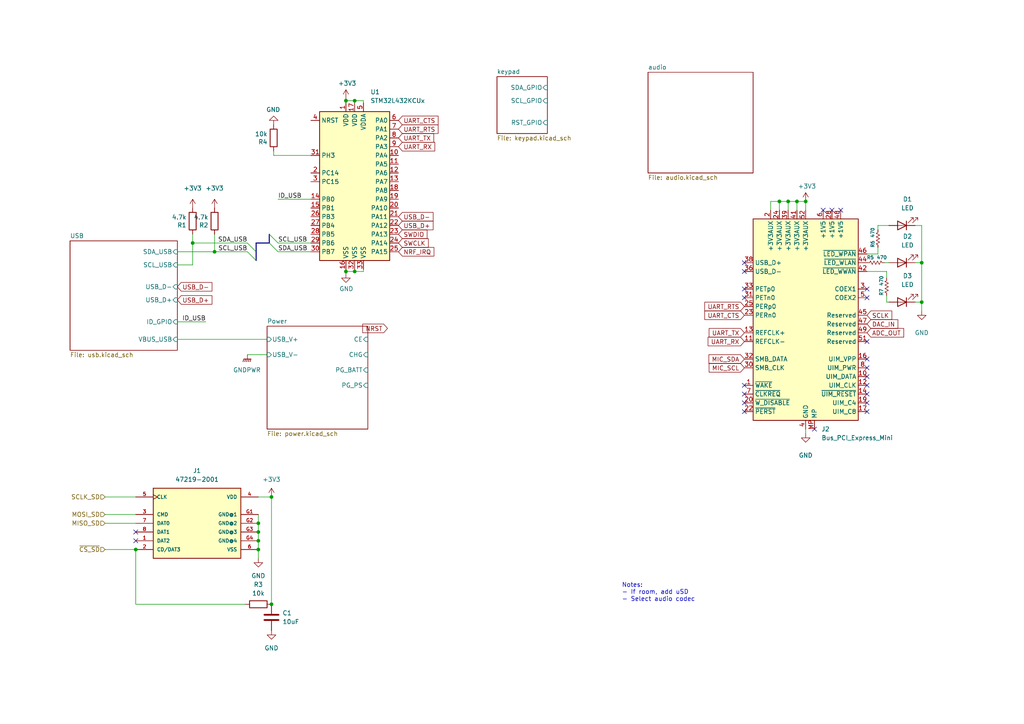
<source format=kicad_sch>
(kicad_sch (version 20211123) (generator eeschema)
  (paper "A4")
  (lib_symbols
    (symbol "Connector:Bus_PCI_Express_Mini"
      (property "Reference" "J" (at -16.51 31.75 0))
      (property "Value" "Bus_PCI_Express_Mini" (at 22.86 31.75 0))
      (symbol "Bus_PCI_Express_Mini_0_1"
        (rectangle (start -15.24 30.48) (end 15.24 -27.94) (stroke (width 0.254)) (fill (type background)))
      )
      (symbol "Bus_PCI_Express_Mini_1_1"
        (pin open_collector line (at -17.78 -17.78 0) (length 2.54) (name "~{WAKE}") (number "1"))
        (pin bidirectional line (at 17.78 -15.24 180) (length 2.54) (name "UIM_DATA") (number "10"))
        (pin input line (at -17.78 -5.08 0) (length 2.54) (name "REFCLK-") (number "11"))
        (pin output line (at 17.78 -17.78 180) (length 2.54) (name "UIM_CLK") (number "12"))
        (pin input line (at -17.78 -2.54 0) (length 2.54) (name "REFCLK+") (number "13"))
        (pin output line (at 17.78 -20.32 180) (length 2.54) (name "~{UIM_RESET}") (number "14"))
        (pin passive line (at 0 -30.48 90) (length 2.54) hide (name "GND") (number "15"))
        (pin power_out line (at 17.78 -10.16 180) (length 2.54) (name "UIM_VPP") (number "16"))
        (pin passive line (at 17.78 -25.4 180) (length 2.54) (name "UIM_C8") (number "17"))
        (pin passive line (at 0 -30.48 90) (length 2.54) hide (name "GND") (number "18"))
        (pin passive line (at 17.78 -22.86 180) (length 2.54) (name "UIM_C4") (number "19"))
        (pin power_in line (at -10.16 33.02 270) (length 2.54) (name "+3V3AUX") (number "2"))
        (pin input line (at -17.78 -22.86 0) (length 2.54) (name "~{W_DISABLE}") (number "20"))
        (pin passive line (at 0 -30.48 90) (length 2.54) hide (name "GND") (number "21"))
        (pin input line (at -17.78 -25.4 0) (length 2.54) (name "~{PERST}") (number "22"))
        (pin output line (at -17.78 2.54 0) (length 2.54) (name "PERn0") (number "23"))
        (pin power_in line (at -7.62 33.02 270) (length 2.54) (name "+3V3AUX") (number "24"))
        (pin output line (at -17.78 5.08 0) (length 2.54) (name "PERp0") (number "25"))
        (pin passive line (at 0 -30.48 90) (length 2.54) hide (name "GND") (number "26"))
        (pin passive line (at 0 -30.48 90) (length 2.54) hide (name "GND") (number "27"))
        (pin power_in line (at 7.62 33.02 270) (length 2.54) (name "+1V5") (number "28"))
        (pin passive line (at 0 -30.48 90) (length 2.54) hide (name "GND") (number "29"))
        (pin passive line (at 17.78 10.16 180) (length 2.54) (name "COEX1") (number "3"))
        (pin input line (at -17.78 -12.7 0) (length 2.54) (name "SMB_CLK") (number "30"))
        (pin input line (at -17.78 7.62 0) (length 2.54) (name "PETn0") (number "31"))
        (pin bidirectional line (at -17.78 -10.16 0) (length 2.54) (name "SMB_DATA") (number "32"))
        (pin input line (at -17.78 10.16 0) (length 2.54) (name "PETp0") (number "33"))
        (pin passive line (at 0 -30.48 90) (length 2.54) hide (name "GND") (number "34"))
        (pin passive line (at 0 -30.48 90) (length 2.54) hide (name "GND") (number "35"))
        (pin bidirectional line (at -17.78 15.24 0) (length 2.54) (name "USB_D-") (number "36"))
        (pin passive line (at 0 -30.48 90) (length 2.54) hide (name "GND") (number "37"))
        (pin bidirectional line (at -17.78 17.78 0) (length 2.54) (name "USB_D+") (number "38"))
        (pin power_in line (at -5.08 33.02 270) (length 2.54) (name "+3V3AUX") (number "39"))
        (pin power_in line (at 0 -30.48 90) (length 2.54) (name "GND") (number "4"))
        (pin passive line (at 0 -30.48 90) (length 2.54) hide (name "GND") (number "40"))
        (pin power_in line (at -2.54 33.02 270) (length 2.54) (name "+3V3AUX") (number "41"))
        (pin open_collector line (at 17.78 15.24 180) (length 2.54) (name "~{LED_WWAN}") (number "42"))
        (pin passive line (at 0 -30.48 90) (length 2.54) hide (name "GND") (number "43"))
        (pin open_collector line (at 17.78 17.78 180) (length 2.54) (name "~{LED_WLAN}") (number "44"))
        (pin passive line (at 17.78 2.54 180) (length 2.54) (name "Reserved") (number "45"))
        (pin open_collector line (at 17.78 20.32 180) (length 2.54) (name "~{LED_WPAN}") (number "46"))
        (pin passive line (at 17.78 0 180) (length 2.54) (name "Reserved") (number "47"))
        (pin power_in line (at 10.16 33.02 270) (length 2.54) (name "+1V5") (number "48"))
        (pin passive line (at 17.78 -2.54 180) (length 2.54) (name "Reserved") (number "49"))
        (pin passive line (at 17.78 7.62 180) (length 2.54) (name "COEX2") (number "5"))
        (pin passive line (at 0 -30.48 90) (length 2.54) hide (name "GND") (number "50"))
        (pin passive line (at 17.78 -5.08 180) (length 2.54) (name "Reserved") (number "51"))
        (pin power_in line (at 0 33.02 270) (length 2.54) (name "+3V3AUX") (number "52"))
        (pin power_in line (at 5.08 33.02 270) (length 2.54) (name "+1V5") (number "6"))
        (pin open_collector line (at -17.78 -20.32 0) (length 2.54) (name "~{CLKREQ}") (number "7"))
        (pin power_out line (at 17.78 -12.7 180) (length 2.54) (name "UIM_PWR") (number "8"))
        (pin passive line (at 0 -30.48 90) (length 2.54) hide (name "GND") (number "9"))
        (pin passive line (at 2.54 -30.48 90) (length 2.54) (name "MP") (number "MP"))
      )
    )
    (symbol "Device:C" (pin_numbers hide) (pin_names (offset 0.254))
      (property "Reference" "C" (at 0.635 2.54 0))
      (property "Value" "C" (at 0.635 -2.54 0))
      (symbol "C_0_1"
        (polyline (pts (xy -2.032 -0.762) (xy 2.032 -0.762)) (stroke (width 0.508)))
        (polyline (pts (xy -2.032 0.762) (xy 2.032 0.762)) (stroke (width 0.508)))
      )
      (symbol "C_1_1"
        (pin passive line (at 0 3.81 270) (length 2.794) (name "~") (number "1"))
        (pin passive line (at 0 -3.81 90) (length 2.794) (name "~") (number "2"))
      )
    )
    (symbol "Device:LED" (pin_numbers hide) (pin_names (offset 1.016) hide)
      (property "Reference" "D" (at 0 2.54 0))
      (property "Value" "LED" (at 0 -2.54 0))
      (symbol "LED_0_1"
        (polyline (pts (xy -1.27 -1.27) (xy -1.27 1.27)) (stroke (width 0.254)))
        (polyline (pts (xy -1.27 0) (xy 1.27 0)))
        (polyline (pts (xy 1.27 -1.27) (xy 1.27 1.27) (xy -1.27 0) (xy 1.27 -1.27)) (stroke (width 0.254)))
        (polyline (pts (xy -3.048 -0.762) (xy -4.572 -2.286) (xy -3.81 -2.286) (xy -4.572 -2.286) (xy -4.572 -1.524)))
        (polyline (pts (xy -1.778 -0.762) (xy -3.302 -2.286) (xy -2.54 -2.286) (xy -3.302 -2.286) (xy -3.302 -1.524)))
      )
      (symbol "LED_1_1"
        (pin passive line (at -3.81 0 0) (length 2.54) (name "K") (number "1"))
        (pin passive line (at 3.81 0 180) (length 2.54) (name "A") (number "2"))
      )
    )
    (symbol "Device:R" (pin_numbers hide) (pin_names (offset 0))
      (property "Reference" "R" (at 2.032 0 90))
      (property "Value" "R" (at 0 0 90))
      (symbol "R_0_1"
        (rectangle (start -1.016 -2.54) (end 1.016 2.54) (stroke (width 0.254)))
      )
      (symbol "R_1_1"
        (pin passive line (at 0 3.81 270) (length 1.27) (name "~") (number "1"))
        (pin passive line (at 0 -3.81 90) (length 1.27) (name "~") (number "2"))
      )
    )
    (symbol "JLCPCB:47219-2001" (pin_names (offset 1.016))
      (property "Reference" "J" (at -12.7 10.922 0))
      (property "Value" "47219-2001" (at -12.7 -12.7 0))
      (symbol "47219-2001_0_0"
        (rectangle (start -12.7 -10.16) (end 12.7 10.16) (stroke (width 0.254)) (fill (type background)))
        (pin bidirectional line (at -17.78 -5.08 0) (length 5.08) (name "DAT2") (number "1"))
        (pin bidirectional line (at -17.78 -7.62 0) (length 5.08) (name "CD/DAT3") (number "2"))
        (pin bidirectional line (at -17.78 2.54 0) (length 5.08) (name "CMD") (number "3"))
        (pin power_in line (at 17.78 7.62 180) (length 5.08) (name "VDD") (number "4"))
        (pin input clock (at -17.78 7.62 0) (length 5.08) (name "CLK") (number "5"))
        (pin power_in line (at 17.78 -7.62 180) (length 5.08) (name "VSS") (number "6"))
        (pin bidirectional line (at -17.78 0 0) (length 5.08) (name "DAT0") (number "7"))
        (pin bidirectional line (at -17.78 -2.54 0) (length 5.08) (name "DAT1") (number "8"))
        (pin power_in line (at 17.78 2.54 180) (length 5.08) (name "GND@1") (number "G1"))
        (pin power_in line (at 17.78 0 180) (length 5.08) (name "GND@2") (number "G2"))
        (pin power_in line (at 17.78 -2.54 180) (length 5.08) (name "GND@3") (number "G3"))
        (pin power_in line (at 17.78 -5.08 180) (length 5.08) (name "GND@4") (number "G4"))
      )
    )
    (symbol "MCU_ST_STM32L4:STM32L432KCUx"
      (property "Reference" "U" (at -10.16 21.59 0))
      (property "Value" "STM32L432KCUx" (at 5.08 21.59 0))
      (symbol "STM32L432KCUx_0_1"
        (rectangle (start -10.16 -22.86) (end 10.16 20.32) (stroke (width 0.254)) (fill (type background)))
      )
      (symbol "STM32L432KCUx_1_1"
        (pin power_in line (at -2.54 22.86 270) (length 2.54) (name "VDD") (number "1"))
        (pin bidirectional line (at 12.7 7.62 180) (length 2.54) (name "PA4") (number "10"))
        (pin bidirectional line (at 12.7 5.08 180) (length 2.54) (name "PA5") (number "11"))
        (pin bidirectional line (at 12.7 2.54 180) (length 2.54) (name "PA6") (number "12"))
        (pin bidirectional line (at 12.7 0 180) (length 2.54) (name "PA7") (number "13"))
        (pin bidirectional line (at -12.7 -5.08 0) (length 2.54) (name "PB0") (number "14"))
        (pin bidirectional line (at -12.7 -7.62 0) (length 2.54) (name "PB1") (number "15"))
        (pin power_in line (at -2.54 -25.4 90) (length 2.54) (name "VSS") (number "16"))
        (pin power_in line (at 0 22.86 270) (length 2.54) (name "VDD") (number "17"))
        (pin bidirectional line (at 12.7 -2.54 180) (length 2.54) (name "PA8") (number "18"))
        (pin bidirectional line (at 12.7 -5.08 180) (length 2.54) (name "PA9") (number "19"))
        (pin bidirectional line (at -12.7 2.54 0) (length 2.54) (name "PC14") (number "2"))
        (pin bidirectional line (at 12.7 -7.62 180) (length 2.54) (name "PA10") (number "20"))
        (pin bidirectional line (at 12.7 -10.16 180) (length 2.54) (name "PA11") (number "21"))
        (pin bidirectional line (at 12.7 -12.7 180) (length 2.54) (name "PA12") (number "22"))
        (pin bidirectional line (at 12.7 -15.24 180) (length 2.54) (name "PA13") (number "23"))
        (pin bidirectional line (at 12.7 -17.78 180) (length 2.54) (name "PA14") (number "24"))
        (pin bidirectional line (at 12.7 -20.32 180) (length 2.54) (name "PA15") (number "25"))
        (pin bidirectional line (at -12.7 -10.16 0) (length 2.54) (name "PB3") (number "26"))
        (pin bidirectional line (at -12.7 -12.7 0) (length 2.54) (name "PB4") (number "27"))
        (pin bidirectional line (at -12.7 -15.24 0) (length 2.54) (name "PB5") (number "28"))
        (pin bidirectional line (at -12.7 -17.78 0) (length 2.54) (name "PB6") (number "29"))
        (pin bidirectional line (at -12.7 0 0) (length 2.54) (name "PC15") (number "3"))
        (pin bidirectional line (at -12.7 -20.32 0) (length 2.54) (name "PB7") (number "30"))
        (pin bidirectional line (at -12.7 7.62 0) (length 2.54) (name "PH3") (number "31"))
        (pin power_in line (at 0 -25.4 90) (length 2.54) (name "VSS") (number "32"))
        (pin power_in line (at 2.54 -25.4 90) (length 2.54) (name "VSS") (number "33"))
        (pin input line (at -12.7 17.78 0) (length 2.54) (name "NRST") (number "4"))
        (pin power_in line (at 2.54 22.86 270) (length 2.54) (name "VDDA") (number "5"))
        (pin bidirectional line (at 12.7 17.78 180) (length 2.54) (name "PA0") (number "6"))
        (pin bidirectional line (at 12.7 15.24 180) (length 2.54) (name "PA1") (number "7"))
        (pin bidirectional line (at 12.7 12.7 180) (length 2.54) (name "PA2") (number "8"))
        (pin bidirectional line (at 12.7 10.16 180) (length 2.54) (name "PA3") (number "9"))
      )
    )
    (symbol "RobotProtos:RSMALL" (pin_numbers hide) (pin_names (offset 0))
      (property "Reference" "R" (at -1.524 -0.508 90))
      (property "Value" "RSMALL" (at -1.524 0.254 90))
      (symbol "RSMALL_0_1"
        (polyline (pts (xy -0.508 -1.524) (xy 0 -1.778) (xy 0 -2.032)))
        (polyline (pts (xy -0.508 1.524) (xy 0 1.778) (xy 0 2.032)))
        (polyline (pts (xy -0.508 -1.524) (xy 0.508 -1.016) (xy -0.508 -0.508) (xy 0.508 0) (xy -0.508 0.508) (xy 0.508 1.016) (xy -0.508 1.524)))
      )
      (symbol "RSMALL_1_1"
        (pin passive line (at 0 2.54 270) (length 0.508) (name "~") (number "1"))
        (pin passive line (at 0 -2.54 90) (length 0.508) (name "~") (number "2"))
      )
    )
    (symbol "power:+3V3" (power) (pin_names (offset 0))
      (property "Value" "+3V3" (at 0 3.556 0))
      (symbol "+3V3_0_1"
        (polyline (pts (xy -0.762 1.27) (xy 0 2.54)))
        (polyline (pts (xy 0 0) (xy 0 2.54)))
        (polyline (pts (xy 0 2.54) (xy 0.762 1.27)))
      )
      (symbol "+3V3_1_1"
        (pin power_in line (at 0 0 90) (length 0) hide (name "+3V3") (number "1"))
      )
    )
    (symbol "power:GND" (power) (pin_names (offset 0))
      (property "Value" "GND" (at 0 -3.81 0))
      (symbol "GND_0_1"
        (polyline (pts (xy 0 0) (xy 0 -1.27) (xy 1.27 -1.27) (xy 0 -2.54) (xy -1.27 -1.27) (xy 0 -1.27)))
      )
      (symbol "GND_1_1"
        (pin power_in line (at 0 0 270) (length 0) hide (name "GND") (number "1"))
      )
    )
    (symbol "power:GNDPWR" (power) (pin_names (offset 0))
      (property "Value" "GNDPWR" (at 0 -3.302 0))
      (symbol "GNDPWR_0_1"
        (polyline (pts (xy 0 -1.27) (xy 0 0)))
        (polyline (pts (xy -1.016 -1.27) (xy -1.27 -2.032) (xy -1.27 -2.032)) (stroke (width 0.2032)))
        (polyline (pts (xy -0.508 -1.27) (xy -0.762 -2.032) (xy -0.762 -2.032)) (stroke (width 0.2032)))
        (polyline (pts (xy 0 -1.27) (xy -0.254 -2.032) (xy -0.254 -2.032)) (stroke (width 0.2032)))
        (polyline (pts (xy 0.508 -1.27) (xy 0.254 -2.032) (xy 0.254 -2.032)) (stroke (width 0.2032)))
        (polyline (pts (xy 1.016 -1.27) (xy -1.016 -1.27) (xy -1.016 -1.27)) (stroke (width 0.2032)))
        (polyline (pts (xy 1.016 -1.27) (xy 0.762 -2.032) (xy 0.762 -2.032) (xy 0.762 -2.032)) (stroke (width 0.2032)))
      )
      (symbol "GNDPWR_1_1"
        (pin power_in line (at 0 0 270) (length 0) hide (name "GNDPWR") (number "1"))
      )
    )
  )
  (junction (at 231.14 58.42))
  (junction (at 226.06 58.42))
  (junction (at 78.74 144.145))
  (junction (at 228.6 58.42))
  (junction (at 100.33 29.21))
  (junction (at 267.335 76.2))
  (junction (at 74.93 156.845))
  (junction (at 74.93 159.385))
  (junction (at 62.23 73.025))
  (junction (at 74.93 154.305))
  (junction (at 55.88 70.485))
  (junction (at 39.37 159.385))
  (junction (at 267.335 87.63))
  (junction (at 102.87 29.21))
  (junction (at 102.87 78.74))
  (junction (at 233.68 58.42))
  (junction (at 78.74 175.26))
  (junction (at 100.33 78.74))
  (junction (at 74.93 151.765))
  (no_connect (at 251.46 83.82))
  (no_connect (at 215.9 114.3))
  (no_connect (at 215.9 83.82))
  (no_connect (at 238.76 60.96))
  (no_connect (at 215.9 119.38))
  (no_connect (at 243.84 60.96))
  (no_connect (at 39.37 156.845))
  (no_connect (at 39.37 154.305))
  (no_connect (at 251.46 99.06))
  (no_connect (at 241.3 60.96))
  (no_connect (at 215.9 78.74))
  (no_connect (at 251.46 86.36))
  (no_connect (at 215.9 76.2))
  (no_connect (at 251.46 106.68))
  (no_connect (at 215.9 86.36))
  (no_connect (at 251.46 111.76))
  (no_connect (at 251.46 114.3))
  (no_connect (at 236.22 124.46))
  (no_connect (at 251.46 109.22))
  (no_connect (at 215.9 111.76))
  (no_connect (at 215.9 116.84))
  (no_connect (at 251.46 104.14))
  (no_connect (at 251.46 116.84))
  (no_connect (at 251.46 119.38))
  (bus_entry (at 78.105 70.485) (size 2.54 2.54))
  (bus_entry (at 78.105 67.945) (size 2.54 2.54))
  (bus_entry (at 71.755 73.025) (size 2.54 2.54))
  (bus_entry (at 71.755 70.485) (size 2.54 2.54))
  (wire (pts (xy 39.37 159.385) (xy 39.37 175.26)))
  (wire (pts (xy 62.23 67.945) (xy 62.23 73.025)))
  (wire (pts (xy 102.87 29.845) (xy 102.87 29.21)))
  (wire (pts (xy 257.175 78.74) (xy 251.46 78.74)))
  (wire (pts (xy 90.17 73.025) (xy 80.645 73.025)))
  (wire (pts (xy 228.6 58.42) (xy 228.6 60.96)))
  (wire (pts (xy 80.645 57.785) (xy 90.17 57.785)))
  (wire (pts (xy 267.335 76.2) (xy 267.335 87.63)))
  (wire (pts (xy 51.435 98.425) (xy 77.47 98.425)))
  (wire (pts (xy 257.175 80.645) (xy 257.175 78.74)))
  (wire (pts (xy 257.81 87.63) (xy 257.175 87.63)))
  (wire (pts (xy 55.88 70.485) (xy 71.755 70.485)))
  (wire (pts (xy 267.335 87.63) (xy 267.335 90.17)))
  (wire (pts (xy 100.33 78.74) (xy 100.33 78.105)))
  (bus (pts (xy 78.105 67.945) (xy 78.105 70.485)))
  (wire (pts (xy 233.68 60.96) (xy 233.68 58.42)))
  (wire (pts (xy 39.37 175.26) (xy 71.12 175.26)))
  (wire (pts (xy 231.14 58.42) (xy 231.14 60.96)))
  (wire (pts (xy 105.41 78.105) (xy 105.41 78.74)))
  (wire (pts (xy 226.06 58.42) (xy 223.52 58.42)))
  (wire (pts (xy 74.93 151.765) (xy 74.93 154.305)))
  (wire (pts (xy 254.635 65.405) (xy 254.635 66.675)))
  (wire (pts (xy 30.48 151.765) (xy 39.37 151.765)))
  (wire (pts (xy 231.14 58.42) (xy 228.6 58.42)))
  (wire (pts (xy 30.48 144.145) (xy 39.37 144.145)))
  (wire (pts (xy 102.87 78.105) (xy 102.87 78.74)))
  (wire (pts (xy 267.335 65.405) (xy 267.335 76.2)))
  (wire (pts (xy 30.48 159.385) (xy 39.37 159.385)))
  (wire (pts (xy 74.93 154.305) (xy 74.93 156.845)))
  (wire (pts (xy 226.06 58.42) (xy 226.06 60.96)))
  (wire (pts (xy 100.33 79.375) (xy 100.33 78.74)))
  (wire (pts (xy 233.68 125.73) (xy 233.68 124.46)))
  (wire (pts (xy 74.93 156.845) (xy 74.93 159.385)))
  (wire (pts (xy 265.43 76.2) (xy 267.335 76.2)))
  (wire (pts (xy 257.175 87.63) (xy 257.175 85.725)))
  (wire (pts (xy 78.74 144.145) (xy 78.74 175.26)))
  (wire (pts (xy 265.43 65.405) (xy 267.335 65.405)))
  (wire (pts (xy 30.48 149.225) (xy 39.37 149.225)))
  (wire (pts (xy 105.41 29.845) (xy 105.41 29.21)))
  (wire (pts (xy 51.435 93.345) (xy 59.69 93.345)))
  (wire (pts (xy 55.88 70.485) (xy 55.88 76.835)))
  (wire (pts (xy 51.435 73.025) (xy 62.23 73.025)))
  (wire (pts (xy 51.435 76.835) (xy 55.88 76.835)))
  (wire (pts (xy 254.635 73.66) (xy 251.46 73.66)))
  (bus (pts (xy 74.295 73.025) (xy 74.295 75.565)))
  (wire (pts (xy 105.41 29.21) (xy 102.87 29.21)))
  (wire (pts (xy 74.93 144.145) (xy 78.74 144.145)))
  (wire (pts (xy 79.375 45.085) (xy 90.17 45.085)))
  (wire (pts (xy 233.68 58.42) (xy 231.14 58.42)))
  (bus (pts (xy 74.295 70.485) (xy 74.295 73.025)))
  (wire (pts (xy 71.755 102.87) (xy 77.47 102.87)))
  (wire (pts (xy 100.33 29.21) (xy 100.33 28.575)))
  (wire (pts (xy 62.23 73.025) (xy 71.755 73.025)))
  (wire (pts (xy 79.375 43.815) (xy 79.375 45.085)))
  (wire (pts (xy 102.87 78.74) (xy 100.33 78.74)))
  (wire (pts (xy 100.33 29.845) (xy 100.33 29.21)))
  (wire (pts (xy 74.93 159.385) (xy 74.93 161.925)))
  (wire (pts (xy 105.41 78.74) (xy 102.87 78.74)))
  (wire (pts (xy 223.52 58.42) (xy 223.52 60.96)))
  (wire (pts (xy 74.93 149.225) (xy 74.93 151.765)))
  (wire (pts (xy 55.88 67.945) (xy 55.88 70.485)))
  (wire (pts (xy 257.81 65.405) (xy 254.635 65.405)))
  (wire (pts (xy 265.43 87.63) (xy 267.335 87.63)))
  (wire (pts (xy 254.635 71.755) (xy 254.635 73.66)))
  (wire (pts (xy 256.54 76.2) (xy 257.81 76.2)))
  (wire (pts (xy 228.6 58.42) (xy 226.06 58.42)))
  (wire (pts (xy 90.17 70.485) (xy 80.645 70.485)))
  (bus (pts (xy 74.295 70.485) (xy 78.105 70.485)))
  (wire (pts (xy 102.87 29.21) (xy 100.33 29.21)))
  (text "Notes:\n- If room, add uSD\n- Select audio codec" (at 180.34 174.625 0) (effects (font (size 1.27 1.27)) (justify left bottom)))
  (label "SCL_USB" (at 80.645 70.485 0))
  (label "SDA_USB" (at 80.645 73.025 0))
  (label "SDA_USB" (at 71.755 70.485 180))
  (label "SCL_USB" (at 71.755 73.025 180))
  (label "ID_USB" (at 80.645 57.785 0))
  (label "ID_USB" (at 59.69 93.345 180))
  (global_label "USB_D+" (shape input) (at 115.57 65.405 0) (property "Intersheet References" "${INTERSHEET_REFS}" (effects hide)))
  (global_label "UART_RTS" (shape input) (at 115.57 37.465 0) (property "Intersheet References" "${INTERSHEET_REFS}" (effects hide)))
  (global_label "UART_CTS" (shape input) (at 115.57 34.925 0) (property "Intersheet References" "${INTERSHEET_REFS}" (effects hide)))
  (global_label "USB_D-" (shape input) (at 51.435 83.185 0) (property "Intersheet References" "${INTERSHEET_REFS}" (effects hide)))
  (global_label "NRF_IRQ" (shape input) (at 115.57 73.025 0) (property "Intersheet References" "${INTERSHEET_REFS}" (effects hide)))
  (global_label "UART_TX" (shape input) (at 215.9 96.52 180) (property "Intersheet References" "${INTERSHEET_REFS}" (effects hide)))
  (global_label "UART_CTS" (shape input) (at 215.9 91.44 180) (property "Intersheet References" "${INTERSHEET_REFS}" (effects hide)))
  (global_label "MIC_SDA" (shape input) (at 215.9 104.14 180) (property "Intersheet References" "${INTERSHEET_REFS}" (effects hide)))
  (global_label "USB_D-" (shape input) (at 115.57 62.865 0) (property "Intersheet References" "${INTERSHEET_REFS}" (effects hide)))
  (global_label "DAC_IN" (shape input) (at 251.46 93.98 0) (property "Intersheet References" "${INTERSHEET_REFS}" (effects hide)))
  (global_label "SWCLK" (shape input) (at 115.57 70.485 0) (property "Intersheet References" "${INTERSHEET_REFS}" (effects hide)))
  (global_label "UART_TX" (shape input) (at 115.57 40.005 0) (property "Intersheet References" "${INTERSHEET_REFS}" (effects hide)))
  (global_label "MIC_SCL" (shape input) (at 215.9 106.68 180) (property "Intersheet References" "${INTERSHEET_REFS}" (effects hide)))
  (global_label "SWDIO" (shape input) (at 115.57 67.945 0) (property "Intersheet References" "${INTERSHEET_REFS}" (effects hide)))
  (global_label "SCLK" (shape input) (at 251.46 91.44 0) (property "Intersheet References" "${INTERSHEET_REFS}" (effects hide)))
  (global_label "UART_RX" (shape input) (at 115.57 42.545 0) (property "Intersheet References" "${INTERSHEET_REFS}" (effects hide)))
  (global_label "UART_RTS" (shape input) (at 215.9 88.9 180) (property "Intersheet References" "${INTERSHEET_REFS}" (effects hide)))
  (global_label "NRST" (shape input) (at 112.395 95.25 180) (property "Intersheet References" "${INTERSHEET_REFS}" (effects hide)))
  (global_label "USB_D+" (shape input) (at 51.435 86.995 0) (property "Intersheet References" "${INTERSHEET_REFS}" (effects hide)))
  (global_label "UART_RX" (shape input) (at 215.9 99.06 180) (property "Intersheet References" "${INTERSHEET_REFS}" (effects hide)))
  (global_label "ADC_OUT" (shape input) (at 251.46 96.52 0) (property "Intersheet References" "${INTERSHEET_REFS}" (effects hide)))
  (hierarchical_label "~{CS_SD}" (shape input) (at 30.48 159.385 180))
  (hierarchical_label "MISO_SD" (shape input) (at 30.48 151.765 180))
  (hierarchical_label "SCLK_SD" (shape input) (at 30.48 144.145 180))
  (hierarchical_label "MOSI_SD" (shape input) (at 30.48 149.225 180))
  (symbol (lib_id "JLCPCB:47219-2001") (at 57.15 151.765 0) (unit 1)
    (property "Reference" "J1" (at 57.15 136.525 0))
    (property "Value" "47219-2001" (at 57.15 139.065 0))
    (property "Footprint" "JLCPCB:MOLEX_47219-2001" (effects hide))
    (property "MANUFACTURER" "MOLEX" (effects hide))
  )
  (symbol (lib_id "Connector:Bus_PCI_Express_Mini") (at 233.68 93.98 0) (unit 1)
    (property "Reference" "J2" (at 238.2394 124.46 0) (effects (justify left)))
    (property "Value" "Bus_PCI_Express_Mini" (at 238.2394 127 0) (effects (justify left)))
    (property "Footprint" "JLCPCB:MOLEX_67910-5700" (effects hide))
  )
  (symbol (lib_id "power:GND") (at 79.375 36.195 180) (unit 1)
    (property "Reference" "#PWR08" (effects hide))
    (property "Value" "GND" (at 79.248 31.8008 0))
  )
  (symbol (lib_id "RobotProtos:RSMALL") (at 254 76.2 270) (unit 1)
    (property "Reference" "R5" (at 253.492 74.676 90) (effects (font (size 0.9906 0.9906)) (justify right)))
    (property "Value" "470" (at 254.254 74.676 90) (effects (font (size 0.991 0.991)) (justify left)))
    (property "Footprint" "Resistor_SMD:R_0402_1005Metric" (effects hide))
    (property "USD_per_1000" "0,024" (effects hide))
    (property "USD_per_1" "0,08" (effects hide))
    (property "MPN" "0402WGF4700TCE" (effects hide))
  )
  (symbol (lib_id "Device:R") (at 79.375 40.005 180) (unit 1)
    (property "Reference" "R4" (at 77.597 41.1734 0) (effects (justify left)))
    (property "Value" "10k" (at 77.597 38.862 0) (effects (justify left)))
    (property "Footprint" "Resistor_SMD:R_0402_1005Metric" (effects hide))
  )
  (symbol (lib_id "Device:LED") (at 261.62 87.63 180) (unit 1)
    (property "Reference" "D3" (at 263.2075 80.01 0))
    (property "Value" "LED" (at 263.2075 82.55 0))
    (property "Footprint" "LED_SMD:LED_0402_1005Metric" (effects hide))
  )
  (symbol (lib_id "Device:R") (at 62.23 64.135 180) (unit 1)
    (property "Reference" "R2" (at 60.452 65.3034 0) (effects (justify left)))
    (property "Value" "4.7k" (at 60.452 62.992 0) (effects (justify left)))
    (property "Footprint" "Resistor_SMD:R_0402_1005Metric" (effects hide))
  )
  (symbol (lib_id "power:GNDPWR") (at 71.755 102.87 0) (unit 1)
    (property "Reference" "#PWR03" (effects hide))
    (property "Value" "GNDPWR" (at 71.628 107.315 0))
  )
  (symbol (lib_id "power:+3V3") (at 233.68 58.42 0) (unit 1)
    (property "Reference" "#PWR011" (effects hide))
    (property "Value" "+3V3" (at 234.061 54.0258 0))
  )
  (symbol (lib_id "Device:R") (at 74.93 175.26 90) (unit 1)
    (property "Reference" "R3" (at 74.93 169.545 90))
    (property "Value" "10k" (at 74.93 172.085 90))
    (property "Footprint" "Resistor_SMD:R_0402_1005Metric" (effects hide))
  )
  (symbol (lib_id "RobotProtos:RSMALL") (at 257.175 83.185 0) (unit 1)
    (property "Reference" "R7" (at 255.651 83.693 90) (effects (font (size 0.9906 0.9906)) (justify right)))
    (property "Value" "470" (at 255.651 82.931 90) (effects (font (size 0.991 0.991)) (justify left)))
    (property "Footprint" "Resistor_SMD:R_0402_1005Metric" (effects hide))
    (property "USD_per_1000" "0,024" (effects hide))
    (property "USD_per_1" "0,08" (effects hide))
    (property "MPN" "0402WGF4700TCE" (effects hide))
  )
  (symbol (lib_id "MCU_ST_STM32L4:STM32L432KCUx") (at 102.87 52.705 0) (unit 1)
    (property "Reference" "U1" (at 107.4294 26.67 0) (effects (justify left)))
    (property "Value" "STM32L432KCUx" (at 107.4294 29.21 0) (effects (justify left)))
    (property "Footprint" "Package_DFN_QFN:QFN-32-1EP_5x5mm_P0.5mm_EP3.45x3.45mm" (effects hide))
    (property "Datasheet" "http://www.st.com/st-web-ui/static/active/en/resource/technical/document/datasheet/DM00257205.pdf" (effects hide))
  )
  (symbol (lib_id "power:+3V3") (at 100.33 28.575 0) (unit 1)
    (property "Reference" "#PWR09" (effects hide))
    (property "Value" "+3V3" (at 100.711 24.1808 0))
  )
  (symbol (lib_id "power:GND") (at 233.68 125.73 0) (unit 1)
    (property "Reference" "#PWR012" (effects hide))
    (property "Value" "GND" (at 233.68 132.08 0))
  )
  (symbol (lib_id "Device:R") (at 55.88 64.135 180) (unit 1)
    (property "Reference" "R1" (at 54.102 65.3034 0) (effects (justify left)))
    (property "Value" "4.7k" (at 54.102 62.992 0) (effects (justify left)))
    (property "Footprint" "Resistor_SMD:R_0402_1005Metric" (effects hide))
  )
  (symbol (lib_id "power:GND") (at 267.335 90.17 0) (unit 1)
    (property "Reference" "#PWR013" (effects hide))
    (property "Value" "GND" (at 267.335 96.52 0))
  )
  (symbol (lib_id "power:+3V3") (at 55.88 60.325 0) (unit 1)
    (property "Reference" "#PWR01" (effects hide))
    (property "Value" "+3V3" (at 55.88 54.61 0))
  )
  (symbol (lib_id "RobotProtos:RSMALL") (at 254.635 69.215 0) (unit 1)
    (property "Reference" "R6" (at 253.111 69.723 90) (effects (font (size 0.9906 0.9906)) (justify right)))
    (property "Value" "470" (at 253.111 68.961 90) (effects (font (size 0.991 0.991)) (justify left)))
    (property "Footprint" "Resistor_SMD:R_0402_1005Metric" (effects hide))
    (property "USD_per_1000" "0,024" (effects hide))
    (property "USD_per_1" "0,08" (effects hide))
    (property "MPN" "0402WGF4700TCE" (effects hide))
  )
  (symbol (lib_id "power:GND") (at 100.33 79.375 0) (unit 1)
    (property "Reference" "#PWR010" (effects hide))
    (property "Value" "GND" (at 100.457 83.7692 0))
  )
  (symbol (lib_id "Device:LED") (at 261.62 76.2 180) (unit 1)
    (property "Reference" "D2" (at 263.2075 68.58 0))
    (property "Value" "LED" (at 263.2075 71.12 0))
    (property "Footprint" "LED_SMD:LED_0402_1005Metric" (effects hide))
  )
  (symbol (lib_id "power:+3V3") (at 62.23 60.325 0) (unit 1)
    (property "Reference" "#PWR02" (effects hide))
    (property "Value" "+3V3" (at 62.23 54.61 0))
  )
  (symbol (lib_id "Device:C") (at 78.74 179.07 0) (unit 1)
    (property "Reference" "C1" (at 81.915 177.7999 0) (effects (justify left)))
    (property "Value" "10uF" (at 81.915 180.3399 0) (effects (justify left)))
    (property "Footprint" "Capacitor_SMD:C_0402_1005Metric" (effects hide))
  )
  (symbol (lib_id "power:GND") (at 78.74 182.88 0) (unit 1)
    (property "Reference" "#PWR07" (effects hide))
    (property "Value" "GND" (at 78.74 187.96 0))
  )
  (symbol (lib_id "power:GND") (at 74.93 161.925 0) (unit 1)
    (property "Reference" "#PWR04" (effects hide))
    (property "Value" "GND" (at 74.93 167.005 0))
  )
  (symbol (lib_id "power:+3V3") (at 78.74 144.145 0) (unit 1)
    (property "Reference" "#PWR06" (effects hide))
    (property "Value" "+3V3" (at 78.74 139.065 0))
  )
  (symbol (lib_id "Device:LED") (at 261.62 65.405 180) (unit 1)
    (property "Reference" "D1" (at 263.2075 57.785 0))
    (property "Value" "LED" (at 263.2075 60.325 0))
    (property "Footprint" "LED_SMD:LED_0402_1005Metric" (effects hide))
  )
  (sheet (at 144.145 22.225) (size 14.605 16.51) (stroke (width 0.1524))
    (property "Sheet name" "keypad" (at 144.145 21.5134 0) (effects (justify left bottom)))
    (property "Sheet file" "keypad.kicad_sch" (at 144.145 39.3196 0) (effects (justify left top)))
    (pin "SDA_GPIO" input (at 158.75 25.4 0))
    (pin "SCL_GPIO" input (at 158.75 29.21 0))
    (pin "RST_GPIO" input (at 158.75 35.56 0))
  )
  (sheet (at 20.32 69.85) (size 31.115 31.75) (stroke (width 0.1524))
    (property "Sheet name" "USB" (at 20.32 69.1384 0) (effects (justify left bottom)))
    (property "Sheet file" "usb.kicad_sch" (at 20.32 102.1846 0) (effects (justify left top)))
    (pin "SDA_USB" input (at 51.435 73.025 0))
    (pin "SCL_USB" input (at 51.435 76.835 0))
    (pin "ID_GPIO" input (at 51.435 93.345 0))
    (pin "USB_D-" input (at 51.435 83.185 0))
    (pin "USB_D+" input (at 51.435 86.995 0))
    (pin "VBUS_USB" input (at 51.435 98.425 0))
  )
  (sheet (at 77.47 94.615) (size 29.21 29.845) (stroke (width 0.1524))
    (property "Sheet name" "Power" (at 77.47 93.9034 0) (effects (justify left bottom)))
    (property "Sheet file" "power.kicad_sch" (at 77.47 125.0446 0) (effects (justify left top)))
    (pin "CE" input (at 106.68 98.425 0))
    (pin "USB_V-" input (at 77.47 102.87 180))
    (pin "USB_V+" input (at 77.47 98.425 180))
    (pin "CHG" input (at 106.68 102.87 0))
    (pin "PG_BATT" input (at 106.68 107.315 0))
    (pin "PG_PS" input (at 106.68 111.76 0))
  )
  (sheet (at 187.96 20.955) (size 30.48 29.21) (stroke (width 0.1524))
    (property "Sheet name" "audio" (at 187.96 20.2434 0) (effects (justify left bottom)))
    (property "Sheet file" "audio.kicad_sch" (at 187.96 50.7496 0) (effects (justify left top)))
  )
)
</source>
